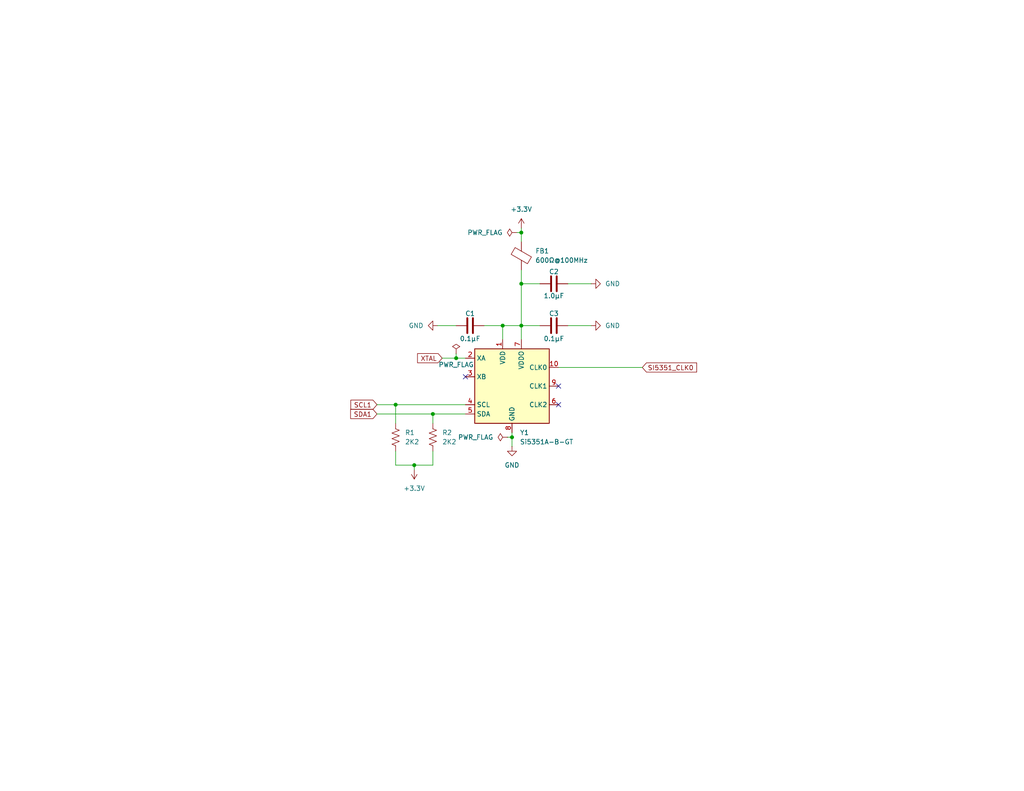
<source format=kicad_sch>
(kicad_sch (version 20250114) (generator "eeschema") (generator_version "9.0")
  (paper "A")
  (title_block (title "Si5351 Clock Generator Circuit") (date "2026-02-03") (rev "0") (company "Lee C. Bussy [AA0NT]"))
  (lib_symbols
    (symbol "Device:C" (pin_numbers (hide yes)) (pin_names (offset 0.254))
      (property "Reference" "C" (at 0.635 2.54 0))
      (property "Value" "C" (at 0.635 -2.54 0))
      (symbol "C_0_1"
        (polyline (pts (xy -2.032 0.762) (xy 2.032 0.762)) (stroke (width 0.508)))
        (polyline (pts (xy -2.032 -0.762) (xy 2.032 -0.762)) (stroke (width 0.508)))
      )
      (symbol "C_1_1"
        (pin passive line (at 0 3.81 270) (length 2.794) (name "~") (number "1"))
        (pin passive line (at 0 -3.81 90) (length 2.794) (name "~") (number "2"))
      )
    )
    (symbol "Device:FerriteBead" (pin_numbers (hide yes)) (pin_names (offset 0))
      (property "Reference" "FB" (at -3.81 0.635 90))
      (property "Value" "FerriteBead" (at 3.81 0 90))
      (symbol "FerriteBead_0_1"
        (polyline (pts (xy -2.7686 0.4064) (xy -1.7018 2.2606) (xy 2.7686 -0.3048) (xy 1.6764 -2.159) (xy -2.7686 0.4064)))
        (polyline (pts (xy 0 1.27) (xy 0 1.2954)))
        (polyline (pts (xy 0 -1.27) (xy 0 -1.2192)))
      )
      (symbol "FerriteBead_1_1"
        (pin passive line (at 0 3.81 270) (length 2.54) (name "~") (number "1"))
        (pin passive line (at 0 -3.81 90) (length 2.54) (name "~") (number "2"))
      )
    )
    (symbol "Device:R_US" (pin_numbers (hide yes)) (pin_names (offset 0))
      (property "Reference" "R" (at 2.54 0 90))
      (property "Value" "R_US" (at -2.54 0 90))
      (symbol "R_US_0_1"
        (polyline (pts (xy 0 2.286) (xy 0 2.54)))
        (polyline (pts (xy 0 2.286) (xy 1.016 1.905) (xy 0 1.524) (xy -1.016 1.143) (xy 0 0.762)))
        (polyline (pts (xy 0 0.762) (xy 1.016 0.381) (xy 0 0) (xy -1.016 -0.381) (xy 0 -0.762)))
        (polyline (pts (xy 0 -0.762) (xy 1.016 -1.143) (xy 0 -1.524) (xy -1.016 -1.905) (xy 0 -2.286)))
        (polyline (pts (xy 0 -2.286) (xy 0 -2.54)))
      )
      (symbol "R_US_1_1"
        (pin passive line (at 0 3.81 270) (length 1.27) (name "~") (number "1"))
        (pin passive line (at 0 -3.81 90) (length 1.27) (name "~") (number "2"))
      )
    )
    (symbol "Oscillator:Si5351A-B-GT"
      (property "Reference" "Y" (at -8.89 11.43 0))
      (property "Value" "Si5351A-B-GT" (at -12.7 -12.7 0))
      (symbol "Si5351A-B-GT_0_1"
        (rectangle (start -10.16 10.16) (end 10.16 -10.16) (stroke (width 0.254)) (fill (type background)))
      )
      (symbol "Si5351A-B-GT_1_1"
        (pin input line (at -12.7 7.62 0) (length 2.54) (name "XA") (number "2"))
        (pin input line (at -12.7 2.54 0) (length 2.54) (name "XB") (number "3"))
        (pin input line (at -12.7 -5.08 0) (length 2.54) (name "SCL") (number "4"))
        (pin bidirectional line (at -12.7 -7.62 0) (length 2.54) (name "SDA") (number "5"))
        (pin power_in line (at -2.54 12.7 270) (length 2.54) (name "VDD") (number "1"))
        (pin power_in line (at 0 -12.7 90) (length 2.54) (name "GND") (number "8"))
        (pin power_in line (at 2.54 12.7 270) (length 2.54) (name "VDDO") (number "7"))
        (pin output line (at 12.7 5.08 180) (length 2.54) (name "CLK0") (number "10"))
        (pin output line (at 12.7 0 180) (length 2.54) (name "CLK1") (number "9"))
        (pin output line (at 12.7 -5.08 180) (length 2.54) (name "CLK2") (number "6"))
      )
    )
    (symbol "power:+3.3V" (power) (pin_numbers (hide yes)) (pin_names (offset 0) (hide yes))
      (property "Value" "+3.3V" (at 0 3.556 0))
      (symbol "+3.3V_0_1"
        (polyline (pts (xy -0.762 1.27) (xy 0 2.54)))
        (polyline (pts (xy 0 2.54) (xy 0.762 1.27)))
        (polyline (pts (xy 0 0) (xy 0 2.54)))
      )
      (symbol "+3.3V_1_1"
        (pin power_in line (at 0 0 90) (length 0) (name "~") (number "1"))
      )
    )
    (symbol "power:GND" (power) (pin_numbers (hide yes)) (pin_names (offset 0) (hide yes))
      (property "Value" "GND" (at 0 -3.81 0))
      (symbol "GND_0_1"
        (polyline (pts (xy 0 0) (xy 0 -1.27) (xy 1.27 -1.27) (xy 0 -2.54) (xy -1.27 -1.27) (xy 0 -1.27)))
      )
      (symbol "GND_1_1"
        (pin power_in line (at 0 0 270) (length 0) (name "~") (number "1"))
      )
    )
    (symbol "power:PWR_FLAG" (power) (pin_numbers (hide yes)) (pin_names (offset 0) (hide yes))
      (property "Value" "PWR_FLAG" (at 0 3.81 0))
      (symbol "PWR_FLAG_0_0"
        (pin power_out line (at 0 0 90) (length 0) (name "~") (number "1"))
      )
      (symbol "PWR_FLAG_0_1"
        (polyline (pts (xy 0 0) (xy 0 1.27) (xy -1.016 1.905) (xy 0 2.54) (xy 1.016 1.905) (xy 0 1.27)))
      )
    )
  )
  (junction (at 137.16 88.9))
  (junction (at 113.03 127))
  (junction (at 124.46 97.79))
  (junction (at 107.95 110.49))
  (junction (at 142.24 77.47))
  (junction (at 139.7 119.38))
  (junction (at 118.11 113.03))
  (junction (at 142.24 63.5))
  (junction (at 142.24 88.9))
  (no_connect (at 127 102.87))
  (no_connect (at 152.4 110.49))
  (no_connect (at 152.4 105.41))
  (wire (pts (xy 139.7 118.11) (xy 139.7 119.38)))
  (wire (pts (xy 142.24 92.71) (xy 142.24 88.9)))
  (wire (pts (xy 107.95 127) (xy 113.03 127)))
  (wire (pts (xy 124.46 97.79) (xy 127 97.79)))
  (wire (pts (xy 154.94 88.9) (xy 161.29 88.9)))
  (wire (pts (xy 142.24 77.47) (xy 147.32 77.47)))
  (wire (pts (xy 142.24 63.5) (xy 142.24 66.04)))
  (wire (pts (xy 113.03 127) (xy 113.03 128.27)))
  (wire (pts (xy 138.43 119.38) (xy 139.7 119.38)))
  (wire (pts (xy 119.38 88.9) (xy 124.46 88.9)))
  (wire (pts (xy 142.24 62.23) (xy 142.24 63.5)))
  (wire (pts (xy 118.11 113.03) (xy 127 113.03)))
  (wire (pts (xy 124.46 96.52) (xy 124.46 97.79)))
  (wire (pts (xy 107.95 110.49) (xy 107.95 115.57)))
  (wire (pts (xy 113.03 127) (xy 118.11 127)))
  (wire (pts (xy 142.24 88.9) (xy 147.32 88.9)))
  (wire (pts (xy 102.87 113.03) (xy 118.11 113.03)))
  (wire (pts (xy 154.94 77.47) (xy 161.29 77.47)))
  (wire (pts (xy 137.16 88.9) (xy 137.16 92.71)))
  (wire (pts (xy 152.4 100.33) (xy 175.26 100.33)))
  (wire (pts (xy 140.97 63.5) (xy 142.24 63.5)))
  (wire (pts (xy 102.87 110.49) (xy 107.95 110.49)))
  (wire (pts (xy 107.95 110.49) (xy 127 110.49)))
  (wire (pts (xy 137.16 88.9) (xy 142.24 88.9)))
  (wire (pts (xy 118.11 123.19) (xy 118.11 127)))
  (wire (pts (xy 142.24 77.47) (xy 142.24 88.9)))
  (wire (pts (xy 107.95 123.19) (xy 107.95 127)))
  (wire (pts (xy 132.08 88.9) (xy 137.16 88.9)))
  (wire (pts (xy 142.24 73.66) (xy 142.24 77.47)))
  (wire (pts (xy 139.7 119.38) (xy 139.7 121.92)))
  (wire (pts (xy 120.65 97.79) (xy 124.46 97.79)))
  (wire (pts (xy 118.11 113.03) (xy 118.11 115.57)))
  (global_label "SCL1" (shape input) (at 102.87 110.49 180) (property "Intersheetrefs" "${INTERSHEET_REFS}" (effects (hide yes))))
  (global_label "SDA1" (shape input) (at 102.87 113.03 180) (property "Intersheetrefs" "${INTERSHEET_REFS}" (effects (hide yes))))
  (global_label "SI5351_CLK0" (shape input) (at 175.26 100.33 0) (property "Intersheetrefs" "${INTERSHEET_REFS}" (effects (hide yes))))
  (global_label "XTAL" (shape input) (at 120.65 97.79 180) (property "Intersheetrefs" "${INTERSHEET_REFS}" (effects (hide yes))))
  (symbol (lib_id "Device:R_US") (at 107.95 119.38 0) (unit 1)
    (property "Reference" "R1" (at 110.49 118.1099 0) (effects (justify left)))
    (property "Value" "2K2" (at 110.49 120.6499 0) (effects (justify left)))
    (property "Description" "Resistor, US symbol" (effects (hide yes)))
  )
  (symbol (lib_id "power:PWR_FLAG") (at 140.97 63.5 90) (unit 1)
    (property "Reference" "#FLG03" (effects (hide yes)))
    (property "Value" "PWR_FLAG" (at 137.16 63.4999 90) (effects (justify left)))
    (property "Description" "Special symbol for telling ERC where power comes from" (effects (hide yes)))
  )
  (symbol (lib_id "power:+3.3V") (at 113.03 128.27 180) (unit 1)
    (property "Reference" "#PWR01" (effects (hide yes)))
    (property "Value" "+3.3V" (at 113.03 133.35 0))
    (property "Description" "Power symbol creates a global label with name \"+3.3V\"" (effects (hide yes)))
  )
  (symbol (lib_id "power:PWR_FLAG") (at 138.43 119.38 90) (unit 1)
    (property "Reference" "#FLG02" (effects (hide yes)))
    (property "Value" "PWR_FLAG" (at 134.62 119.3799 90) (effects (justify left)))
    (property "Description" "Special symbol for telling ERC where power comes from" (effects (hide yes)))
  )
  (symbol (lib_id "power:PWR_FLAG") (at 124.46 96.52 0) (unit 1)
    (property "Reference" "#FLG01" (effects (hide yes)))
    (property "Value" "PWR_FLAG" (at 124.46 99.568 0))
    (property "Description" "Special symbol for telling ERC where power comes from" (effects (hide yes)))
  )
  (symbol (lib_id "Device:FerriteBead") (at 142.24 69.85 0) (unit 1)
    (property "Reference" "FB1" (at 146.05 68.5291 0) (effects (justify left)))
    (property "Value" "600Ω@100MHz" (at 146.05 71.0691 0) (effects (justify left)))
    (property "Description" "Ferrite bead" (effects (hide yes)))
  )
  (symbol (lib_id "Device:C") (at 151.13 88.9 90) (unit 1)
    (property "Reference" "C3" (at 151.13 85.598 90))
    (property "Value" "0.1µF" (at 151.13 92.456 90))
    (property "Description" "Unpolarized capacitor" (effects (hide yes)))
  )
  (symbol (lib_id "power:+3.3V") (at 142.24 62.23 0) (unit 1)
    (property "Reference" "#PWR04" (effects (hide yes)))
    (property "Value" "+3.3V" (at 142.24 57.15 0))
    (property "Description" "Power symbol creates a global label with name \"+3.3V\"" (effects (hide yes)))
  )
  (symbol (lib_id "Device:C") (at 128.27 88.9 90) (unit 1)
    (property "Reference" "C1" (at 128.27 85.598 90))
    (property "Value" "0.1µF" (at 128.27 92.456 90))
    (property "Description" "Unpolarized capacitor" (effects (hide yes)))
  )
  (symbol (lib_id "power:GND") (at 161.29 77.47 90) (unit 1)
    (property "Reference" "#PWR05" (effects (hide yes)))
    (property "Value" "GND" (at 165.1 77.4699 90) (effects (justify right)))
    (property "Description" "Power symbol creates a global label with name \"GND\" , ground" (effects (hide yes)))
  )
  (symbol (lib_id "power:GND") (at 139.7 121.92 0) (unit 1)
    (property "Reference" "#PWR03" (effects (hide yes)))
    (property "Value" "GND" (at 139.7 127 0))
    (property "Description" "Power symbol creates a global label with name \"GND\" , ground" (effects (hide yes)))
  )
  (symbol (lib_id "Device:C") (at 151.13 77.47 90) (unit 1)
    (property "Reference" "C2" (at 151.13 74.168 90))
    (property "Value" "1.0µF" (at 151.13 80.772 90))
    (property "Description" "Unpolarized capacitor" (effects (hide yes)))
  )
  (symbol (lib_id "power:GND") (at 119.38 88.9 270) (unit 1)
    (property "Reference" "#PWR02" (effects (hide yes)))
    (property "Value" "GND" (at 115.57 88.8999 90) (effects (justify right)))
    (property "Description" "Power symbol creates a global label with name \"GND\" , ground" (effects (hide yes)))
  )
  (symbol (lib_id "Oscillator:Si5351A-B-GT") (at 139.7 105.41 0) (unit 1)
    (property "Reference" "Y1" (at 141.8433 118.11 0) (effects (justify left)))
    (property "Value" "Si5351A-B-GT" (at 141.8433 120.65 0) (effects (justify left)))
    (property "Footprint" "Package_SO:MSOP-10_3x3mm_P0.5mm" (effects (hide yes)))
    (property "Datasheet" "https://www.silabs.com/documents/public/data-sheets/Si5351-B.pdf" (effects (hide yes)))
    (property "Description" "I2C Programmable Any-Frequency CMOS Clock Generator, MSOP-10" (effects (hide yes)))
  )
  (symbol (lib_id "power:GND") (at 161.29 88.9 90) (unit 1)
    (property "Reference" "#PWR06" (effects (hide yes)))
    (property "Value" "GND" (at 165.1 88.8999 90) (effects (justify right)))
    (property "Description" "Power symbol creates a global label with name \"GND\" , ground" (effects (hide yes)))
  )
  (symbol (lib_id "Device:R_US") (at 118.11 119.38 0) (unit 1)
    (property "Reference" "R2" (at 120.65 118.1099 0) (effects (justify left)))
    (property "Value" "2K2" (at 120.65 120.6499 0) (effects (justify left)))
    (property "Description" "Resistor, US symbol" (effects (hide yes)))
  )
)
</source>
